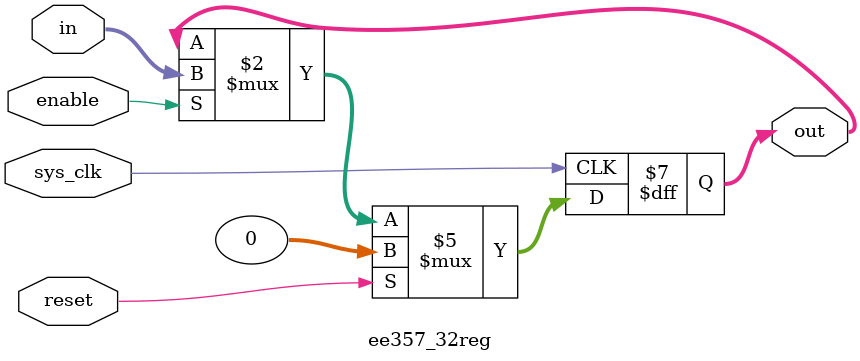
<source format=v>
module ee357_32reg(
	input [31:0] in,
	output[31:0] out,
	input enable,
	input sys_clk,
	input reset
	);
	
	wire	[31:0] in;
	wire	enable;
	wire	sys_clk;
	reg		[31:0] out;
	
	always@(posedge sys_clk)
	begin
		if (reset)
			out <= 0;
		else if(enable)
			out <= in;
	end

endmodule
</source>
